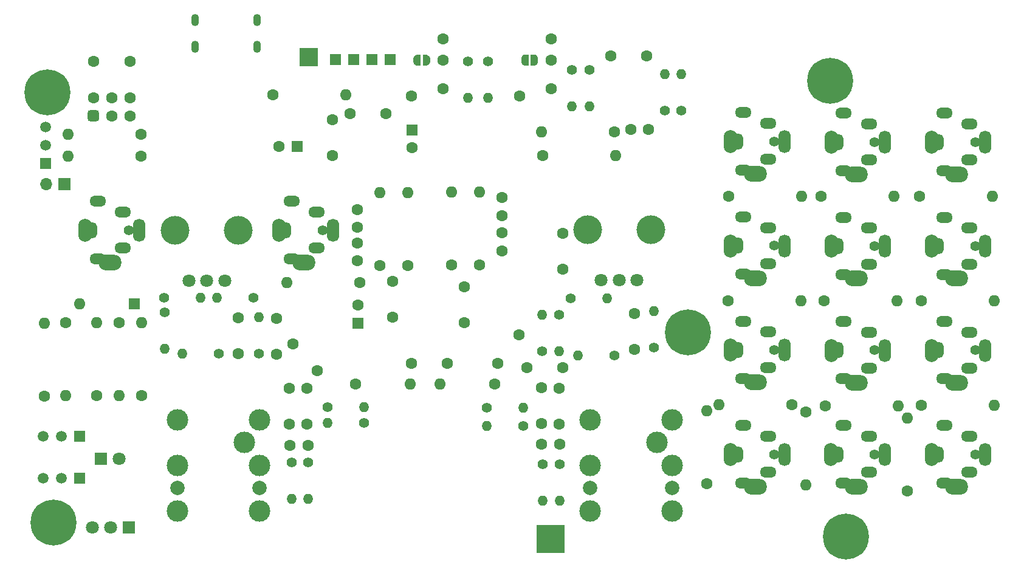
<source format=gbs>
G04 #@! TF.GenerationSoftware,KiCad,Pcbnew,8.0.6*
G04 #@! TF.CreationDate,2024-11-06T00:44:51+01:00*
G04 #@! TF.ProjectId,spider2,73706964-6572-4322-9e6b-696361645f70,rev?*
G04 #@! TF.SameCoordinates,Original*
G04 #@! TF.FileFunction,Soldermask,Bot*
G04 #@! TF.FilePolarity,Negative*
%FSLAX46Y46*%
G04 Gerber Fmt 4.6, Leading zero omitted, Abs format (unit mm)*
G04 Created by KiCad (PCBNEW 8.0.6) date 2024-11-06 00:44:51*
%MOMM*%
%LPD*%
G01*
G04 APERTURE LIST*
%ADD10C,1.400000*%
%ADD11O,1.400000X1.400000*%
%ADD12C,1.600000*%
%ADD13O,1.600000X1.600000*%
%ADD14R,1.600000X1.600000*%
%ADD15R,2.500000X2.500000*%
%ADD16O,2.300000X1.500000*%
%ADD17O,1.703200X3.203200*%
%ADD18O,1.903200X3.203200*%
%ADD19O,1.500000X2.300000*%
%ADD20O,3.203200X2.203200*%
%ADD21C,0.800000*%
%ADD22C,6.400000*%
%ADD23C,3.000000*%
%ADD24C,2.000000*%
%ADD25O,1.100000X1.700000*%
%ADD26R,1.500000X1.500000*%
%ADD27C,1.500000*%
%ADD28C,4.000000*%
%ADD29C,1.800000*%
%ADD30R,1.700000X1.700000*%
%ADD31O,1.700000X1.700000*%
%ADD32R,1.800000X1.800000*%
%ADD33R,4.000000X4.000000*%
G04 APERTURE END LIST*
D10*
X225940000Y-73240000D03*
D11*
X225940000Y-68160000D03*
D12*
X147799400Y-33323400D03*
X152879400Y-33323400D03*
G36*
G01*
X147399400Y-40143400D02*
X148199400Y-40143400D01*
G75*
G02*
X148599400Y-40543400I0J-400000D01*
G01*
X148599400Y-41343400D01*
G75*
G02*
X148199400Y-41743400I-400000J0D01*
G01*
X147399400Y-41743400D01*
G75*
G02*
X146999400Y-41343400I0J400000D01*
G01*
X146999400Y-40543400D01*
G75*
G02*
X147399400Y-40143400I400000J0D01*
G01*
G37*
X150339400Y-40943400D03*
X152879400Y-40943400D03*
X147799400Y-38403400D03*
X150339400Y-38403400D03*
X152879400Y-38403400D03*
X262920000Y-52200000D03*
D13*
X273080000Y-52200000D03*
D12*
X219851600Y-32588200D03*
X224851600Y-32588200D03*
D10*
X214330000Y-66370000D03*
D11*
X219410000Y-66370000D03*
D10*
X227431600Y-40233600D03*
D11*
X227431600Y-35153600D03*
D12*
X187750000Y-61800000D03*
D13*
X187750000Y-51640000D03*
D10*
X220370000Y-74340000D03*
D11*
X215290000Y-74340000D03*
D12*
X263120000Y-81300000D03*
D13*
X273280000Y-81300000D03*
D10*
X177690000Y-89220000D03*
D11*
X177690000Y-94300000D03*
D14*
X192230000Y-42900000D03*
D12*
X192230000Y-45400000D03*
X204750000Y-52350000D03*
X204750000Y-54850000D03*
X204750000Y-59750000D03*
X204750000Y-57250000D03*
D14*
X153475000Y-67125000D03*
D13*
X145855000Y-67125000D03*
D12*
X154460000Y-46600000D03*
D13*
X144300000Y-46600000D03*
D10*
X202800000Y-33400000D03*
D11*
X202800000Y-38480000D03*
D12*
X208175000Y-76050000D03*
X213175000Y-76050000D03*
D15*
X177800000Y-32775000D03*
D16*
X238349112Y-92100000D03*
X241849112Y-90600000D03*
D10*
X242649112Y-88100000D03*
D17*
X244078391Y-88126253D03*
D18*
X236578391Y-88126253D03*
D19*
X237549112Y-88100000D03*
D16*
X238349112Y-84100000D03*
D20*
X240078391Y-92626253D03*
D16*
X241849112Y-85600000D03*
D21*
X248019532Y-36102461D03*
X248722476Y-34405405D03*
X248722476Y-37799517D03*
X250419532Y-33702461D03*
D22*
X250419532Y-36102461D03*
D21*
X250419532Y-38502461D03*
X252116588Y-34405405D03*
X252116588Y-37799517D03*
X252819532Y-36102461D03*
D10*
X157720000Y-68350000D03*
D11*
X157720000Y-73430000D03*
D12*
X199500000Y-69750000D03*
X199500000Y-64750000D03*
D10*
X216890600Y-34518600D03*
D11*
X216890600Y-39598600D03*
D12*
X196550000Y-33200000D03*
X196550000Y-30200000D03*
X192150000Y-38200000D03*
X196550000Y-37200000D03*
X212660000Y-83873400D03*
X212660000Y-78873400D03*
X175620000Y-72700000D03*
X178965653Y-76415724D03*
X175225000Y-86850000D03*
X177725000Y-86850000D03*
X191620000Y-61810000D03*
D13*
X191620000Y-51650000D03*
D12*
X261200000Y-93230000D03*
D13*
X261200000Y-83070000D03*
D12*
X249610000Y-66720000D03*
D13*
X259770000Y-66720000D03*
D23*
X226300000Y-86450000D03*
D24*
X228430000Y-92800000D03*
X217000000Y-92800000D03*
D23*
X217000000Y-96000000D03*
X228430000Y-89650000D03*
X217000000Y-89650000D03*
X228430000Y-96000000D03*
X228430000Y-83300000D03*
X217000000Y-83300000D03*
D12*
X184900000Y-64150000D03*
D13*
X174740000Y-64150000D03*
D23*
X168800000Y-86450000D03*
D24*
X170930000Y-92800000D03*
X159500000Y-92800000D03*
D23*
X159500000Y-96000000D03*
X170930000Y-89650000D03*
X159500000Y-89650000D03*
X170930000Y-96000000D03*
X170930000Y-83300000D03*
X159500000Y-83300000D03*
D12*
X148300000Y-79925000D03*
D13*
X148300000Y-69765000D03*
D12*
X249745000Y-81400000D03*
D13*
X259905000Y-81400000D03*
D10*
X185520000Y-83700000D03*
D11*
X180440000Y-83700000D03*
D12*
X249220000Y-52150000D03*
D13*
X259380000Y-52150000D03*
D25*
X170590000Y-31370000D03*
X170590000Y-27570000D03*
X161950000Y-31370000D03*
X161950000Y-27570000D03*
D12*
X203708000Y-78282800D03*
D13*
X196088000Y-78282800D03*
D12*
X201600000Y-61700000D03*
D13*
X201600000Y-51540000D03*
D10*
X229743000Y-40233600D03*
D11*
X229743000Y-35153600D03*
D12*
X236195000Y-66725000D03*
D13*
X246355000Y-66725000D03*
D14*
X176192380Y-45200000D03*
D12*
X173692380Y-45200000D03*
X197100000Y-75400000D03*
X192100000Y-75400000D03*
X143980000Y-69810000D03*
D13*
X143980000Y-79970000D03*
D12*
X181080000Y-41470000D03*
X181080000Y-46470000D03*
X247100000Y-82250000D03*
D13*
X247100000Y-92410000D03*
D10*
X210350000Y-73715000D03*
D11*
X210350000Y-68635000D03*
D16*
X238350000Y-63033333D03*
X241850000Y-61533333D03*
D10*
X242650000Y-59033333D03*
D17*
X244079279Y-59059586D03*
D18*
X236579279Y-59059586D03*
D19*
X237550000Y-59033333D03*
D16*
X238350000Y-55033333D03*
D20*
X240079279Y-63559586D03*
D16*
X241850000Y-56533333D03*
D26*
X145860000Y-85630000D03*
D27*
X143320000Y-85630000D03*
X140780000Y-85630000D03*
D12*
X173325000Y-69175000D03*
X173325000Y-74175000D03*
X175100000Y-83875000D03*
X175100000Y-78875000D03*
X210388200Y-46456600D03*
D13*
X220548200Y-46456600D03*
D26*
X189176000Y-33075000D03*
D16*
X238350000Y-77566666D03*
X241850000Y-76066666D03*
D10*
X242650000Y-73566666D03*
D17*
X244079279Y-73592919D03*
D18*
X236579279Y-73592919D03*
D19*
X237550000Y-73566666D03*
D16*
X238350000Y-69566666D03*
D20*
X240079279Y-78092919D03*
D16*
X241850000Y-71066666D03*
X175424065Y-60868249D03*
X178924065Y-59368249D03*
D10*
X179724065Y-56868249D03*
D17*
X181153344Y-56894502D03*
D18*
X173653344Y-56894502D03*
D19*
X174624065Y-56868249D03*
D16*
X175424065Y-52868249D03*
D20*
X177153344Y-61394502D03*
D16*
X178924065Y-54368249D03*
D21*
X228260142Y-71088261D03*
X228963086Y-69391205D03*
X228963086Y-72785317D03*
X230660142Y-68688261D03*
D22*
X230660142Y-71088261D03*
D21*
X230660142Y-73488261D03*
X232357198Y-69391205D03*
X232357198Y-72785317D03*
X233060142Y-71088261D03*
D12*
X154460000Y-43540000D03*
D13*
X144300000Y-43540000D03*
D16*
X266350000Y-48600000D03*
X269850000Y-47100000D03*
D10*
X270650000Y-44600000D03*
D17*
X272079279Y-44626253D03*
D18*
X264579279Y-44626253D03*
D19*
X265550000Y-44600000D03*
D16*
X266350000Y-40600000D03*
D20*
X268079279Y-49126253D03*
D16*
X269850000Y-42100000D03*
D12*
X184550000Y-56500000D03*
X184550000Y-54000000D03*
D26*
X181571000Y-33075000D03*
D10*
X202635000Y-81625000D03*
D11*
X207715000Y-81625000D03*
D28*
X159200000Y-56900000D03*
X168000000Y-56900000D03*
D29*
X166100000Y-63900000D03*
X163600000Y-63900000D03*
X161100000Y-63900000D03*
D12*
X207060000Y-71420000D03*
X204121074Y-75465085D03*
X189500000Y-69000000D03*
X189500000Y-64000000D03*
D26*
X184111000Y-33075000D03*
D10*
X175420000Y-89230000D03*
D11*
X175420000Y-94310000D03*
D26*
X186651000Y-33075000D03*
D12*
X172780000Y-38050000D03*
D13*
X182940000Y-38050000D03*
D26*
X145860000Y-91470000D03*
D27*
X143320000Y-91470000D03*
X140780000Y-91470000D03*
D12*
X151400000Y-69775000D03*
D13*
X151400000Y-79935000D03*
D16*
X266350000Y-77600000D03*
X269850000Y-76100000D03*
D10*
X270650000Y-73600000D03*
D17*
X272079279Y-73626253D03*
D18*
X264579279Y-73626253D03*
D19*
X265550000Y-73600000D03*
D16*
X266350000Y-69600000D03*
D20*
X268079279Y-78126253D03*
D16*
X269850000Y-71100000D03*
D10*
X157675000Y-66325000D03*
D11*
X162754999Y-66325000D03*
D30*
X143750000Y-50450000D03*
D31*
X141210000Y-50450000D03*
D12*
X188530000Y-40680000D03*
X183530000Y-40680000D03*
D21*
X250250000Y-99550000D03*
X250952944Y-97852944D03*
X250952944Y-101247056D03*
X252650000Y-97150000D03*
D22*
X252650000Y-99550000D03*
D21*
X252650000Y-101950000D03*
X254347056Y-97852944D03*
X254347056Y-101247056D03*
X255050000Y-99550000D03*
D10*
X210400000Y-89535000D03*
D11*
X210400000Y-94615000D03*
D12*
X236270000Y-52150000D03*
D13*
X246430000Y-52150000D03*
D10*
X214477600Y-34544000D03*
D11*
X214477600Y-39624000D03*
D12*
X211550000Y-33200000D03*
X211550000Y-30200000D03*
X207150000Y-38200000D03*
X211550000Y-37200000D03*
D16*
X266350000Y-63100000D03*
X269850000Y-61600000D03*
D10*
X270650000Y-59100000D03*
D17*
X272079279Y-59126253D03*
D18*
X264579279Y-59126253D03*
D19*
X265550000Y-59100000D03*
D16*
X266350000Y-55100000D03*
D20*
X268079279Y-63626253D03*
D16*
X269850000Y-56600000D03*
X238350000Y-48500000D03*
X241850000Y-47000000D03*
D10*
X242650000Y-44500000D03*
D17*
X244079279Y-44526253D03*
D18*
X236579279Y-44526253D03*
D19*
X237550000Y-44500000D03*
D16*
X238350000Y-40500000D03*
D20*
X240079279Y-49026253D03*
D16*
X241850000Y-42000000D03*
D12*
X263120000Y-66750000D03*
D13*
X273280000Y-66750000D03*
D12*
X233260000Y-92180000D03*
D13*
X233260000Y-82020000D03*
D16*
X252350000Y-63100000D03*
X255850000Y-61600000D03*
D10*
X256650000Y-59100000D03*
D17*
X258079279Y-59126253D03*
D18*
X250579279Y-59126253D03*
D19*
X251550000Y-59100000D03*
D16*
X252350000Y-55100000D03*
D20*
X254079279Y-63626253D03*
D16*
X255850000Y-56600000D03*
D10*
X170825000Y-74125000D03*
D11*
X170825000Y-69045000D03*
D16*
X252350000Y-77600000D03*
X255850000Y-76100000D03*
D10*
X256650000Y-73600000D03*
D17*
X258079279Y-73626253D03*
D18*
X250579279Y-73626253D03*
D19*
X251550000Y-73600000D03*
D16*
X252350000Y-69600000D03*
D20*
X254079279Y-78126253D03*
D16*
X255850000Y-71100000D03*
X252350000Y-48600000D03*
X255850000Y-47100000D03*
D10*
X256650000Y-44600000D03*
D17*
X258079279Y-44626253D03*
D18*
X250579279Y-44626253D03*
D19*
X251550000Y-44600000D03*
D16*
X252350000Y-40600000D03*
D20*
X254079279Y-49126253D03*
D16*
X255850000Y-42100000D03*
D10*
X212675000Y-68670000D03*
D11*
X212675000Y-73750000D03*
D10*
X170125000Y-66300000D03*
D11*
X165045000Y-66300000D03*
D12*
X225176400Y-42849800D03*
X222676400Y-42849800D03*
X184550000Y-58650000D03*
X184550000Y-61150000D03*
D16*
X148415198Y-60869712D03*
X151915198Y-59369712D03*
D10*
X152715198Y-56869712D03*
D17*
X154144477Y-56895965D03*
D18*
X146644477Y-56895965D03*
D19*
X147615198Y-56869712D03*
D16*
X148415198Y-52869712D03*
D20*
X150144477Y-61395965D03*
D16*
X151915198Y-54369712D03*
D12*
X167960000Y-74115000D03*
X167960000Y-69115000D03*
D10*
X165270000Y-74100000D03*
D11*
X160190000Y-74100000D03*
D16*
X252349112Y-92100000D03*
X255849112Y-90600000D03*
D10*
X256649112Y-88100000D03*
D17*
X258078391Y-88126253D03*
D18*
X250578391Y-88126253D03*
D19*
X251549112Y-88100000D03*
D16*
X252349112Y-84100000D03*
D20*
X254078391Y-92626253D03*
D16*
X255849112Y-85600000D03*
X266350000Y-92100000D03*
X269850000Y-90600000D03*
D10*
X270650000Y-88100000D03*
D17*
X272079279Y-88126253D03*
D18*
X264579279Y-88126253D03*
D19*
X265550000Y-88100000D03*
D16*
X266350000Y-84100000D03*
D20*
X268079279Y-92626253D03*
D16*
X269850000Y-85600000D03*
D12*
X177513000Y-83875000D03*
X177513000Y-78875000D03*
X154500000Y-79925000D03*
D13*
X154500000Y-69765000D03*
D12*
X184300000Y-78300000D03*
D13*
X191920000Y-78300000D03*
D32*
X148875000Y-88725000D03*
D29*
X151415000Y-88725000D03*
D10*
X200000000Y-33400000D03*
D11*
X200000000Y-38480000D03*
D10*
X207715000Y-84150000D03*
D11*
X202635000Y-84150000D03*
D12*
X220395800Y-43180000D03*
D13*
X210235800Y-43180000D03*
D12*
X210250000Y-83850000D03*
X210250000Y-78850000D03*
D28*
X216650000Y-56800000D03*
X225450000Y-56800000D03*
D29*
X223550000Y-63800000D03*
X221050000Y-63800000D03*
X218550000Y-63800000D03*
D12*
X197735200Y-61700000D03*
D13*
X197735200Y-51540000D03*
D10*
X212775000Y-89535000D03*
D11*
X212775000Y-94615000D03*
D12*
X213156800Y-57317000D03*
X213156800Y-62317000D03*
X245080000Y-81225000D03*
D13*
X234920000Y-81225000D03*
D32*
X152742934Y-98294059D03*
D29*
X150202934Y-98294059D03*
X147662934Y-98294059D03*
D10*
X180460000Y-81500000D03*
D11*
X185540000Y-81500000D03*
D21*
X139840000Y-97590000D03*
X140542944Y-95892944D03*
X140542944Y-99287056D03*
X142240000Y-95190000D03*
D22*
X142240000Y-97590000D03*
D21*
X142240000Y-99990000D03*
X143937056Y-95892944D03*
X143937056Y-99287056D03*
X144640000Y-97590000D03*
D12*
X140970000Y-79980000D03*
D13*
X140970000Y-69820000D03*
D12*
X223160000Y-73520000D03*
X223160000Y-68520000D03*
X210250000Y-86675000D03*
X212750000Y-86675000D03*
D14*
X184650000Y-69850000D03*
D12*
X184650000Y-67350000D03*
D21*
X138994600Y-37691600D03*
X139697544Y-35994544D03*
X139697544Y-39388656D03*
X141394600Y-35291600D03*
D22*
X141394600Y-37691600D03*
D21*
X141394600Y-40091600D03*
X143091656Y-35994544D03*
X143091656Y-39388656D03*
X143794600Y-37691600D03*
D26*
X141180000Y-47550000D03*
D27*
X141180000Y-45010000D03*
X141180000Y-42470000D03*
D33*
X211531200Y-99923600D03*
G36*
X208430000Y-33920000D02*
G01*
X207930000Y-33920000D01*
X207930000Y-33914911D01*
X207858843Y-33914911D01*
X207722292Y-33874816D01*
X207602570Y-33797875D01*
X207509373Y-33690320D01*
X207450254Y-33560866D01*
X207430000Y-33420000D01*
X207430000Y-32920000D01*
X207450254Y-32779134D01*
X207509373Y-32649680D01*
X207602570Y-32542125D01*
X207722292Y-32465184D01*
X207858843Y-32425089D01*
X207930000Y-32425089D01*
X207930000Y-32420000D01*
X208430000Y-32420000D01*
X208430000Y-33920000D01*
G37*
G36*
X209230000Y-32425089D02*
G01*
X209301157Y-32425089D01*
X209437708Y-32465184D01*
X209557430Y-32542125D01*
X209650627Y-32649680D01*
X209709746Y-32779134D01*
X209730000Y-32920000D01*
X209730000Y-33420000D01*
X209709746Y-33560866D01*
X209650627Y-33690320D01*
X209557430Y-33797875D01*
X209437708Y-33874816D01*
X209301157Y-33914911D01*
X209230000Y-33914911D01*
X209230000Y-33920000D01*
X208730000Y-33920000D01*
X208730000Y-32420000D01*
X209230000Y-32420000D01*
X209230000Y-32425089D01*
G37*
G36*
X193400000Y-33940000D02*
G01*
X192900000Y-33940000D01*
X192900000Y-33934911D01*
X192828843Y-33934911D01*
X192692292Y-33894816D01*
X192572570Y-33817875D01*
X192479373Y-33710320D01*
X192420254Y-33580866D01*
X192400000Y-33440000D01*
X192400000Y-32940000D01*
X192420254Y-32799134D01*
X192479373Y-32669680D01*
X192572570Y-32562125D01*
X192692292Y-32485184D01*
X192828843Y-32445089D01*
X192900000Y-32445089D01*
X192900000Y-32440000D01*
X193400000Y-32440000D01*
X193400000Y-33940000D01*
G37*
G36*
X194200000Y-32445089D02*
G01*
X194271157Y-32445089D01*
X194407708Y-32485184D01*
X194527430Y-32562125D01*
X194620627Y-32669680D01*
X194679746Y-32799134D01*
X194700000Y-32940000D01*
X194700000Y-33440000D01*
X194679746Y-33580866D01*
X194620627Y-33710320D01*
X194527430Y-33817875D01*
X194407708Y-33894816D01*
X194271157Y-33934911D01*
X194200000Y-33934911D01*
X194200000Y-33940000D01*
X193700000Y-33940000D01*
X193700000Y-32440000D01*
X194200000Y-32440000D01*
X194200000Y-32445089D01*
G37*
M02*

</source>
